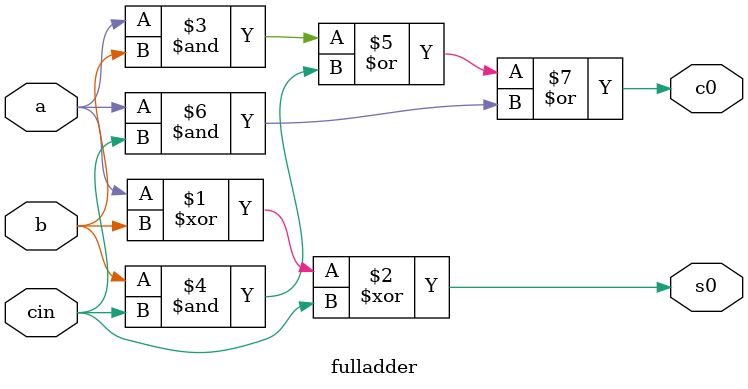
<source format=v>
`timescale 1ns / 1ps



module fulladder(input a, b, cin, output s0, c0);
  assign s0 = a ^ b ^ cin;
  assign c0 = (a & b) | (b & cin) | (a & cin);
endmodule

 

</source>
